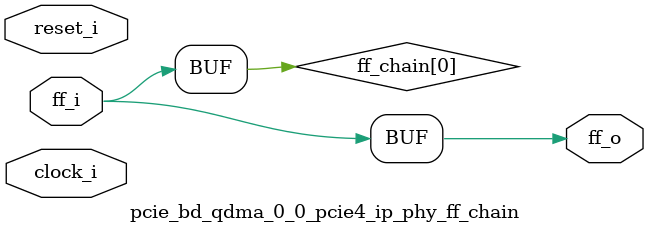
<source format=v>
/*****************************************************************************
** Description:
**    Flop Chain
**
******************************************************************************/

`timescale 1ps/1ps

`define AS_PHYREG(clk, reset, q, d, rstval)  \
   always @(posedge clk or posedge reset) begin \
      if (reset) \
         q  <= #(TCQ)   rstval;  \
      else  \
         q  <= #(TCQ)   d; \
   end

`define PHYREG(clk, reset, q, d, rstval)  \
   always @(posedge clk) begin \
      if (reset) \
         q  <= #(TCQ)   rstval;  \
      else  \
         q  <= #(TCQ)   d; \
   end

(* DowngradeIPIdentifiedWarnings = "yes" *)
module pcie_bd_qdma_0_0_pcie4_ip_phy_ff_chain #(
   // Parameters
   parameter integer PIPELINE_STAGES   = 0,        // 0 = no pipeline; 1 = 1 stage; 2 = 2 stages; 3 = 3 stages
   parameter         ASYNC             = "FALSE",
   parameter integer FF_WIDTH          = 1,
   parameter integer RST_VAL           = 0,
   parameter integer TCQ               = 1
)  (   
   input  wire                         clock_i,          
   input  wire                         reset_i,           
   input  wire [FF_WIDTH-1:0]          ff_i,            
   output wire [FF_WIDTH-1:0]          ff_o        
   );

   genvar   var_i;

   reg   [FF_WIDTH-1:0]          ff_chain [PIPELINE_STAGES:0];

   always @(*) ff_chain[0] = ff_i;

generate
   if (PIPELINE_STAGES > 0) begin:  with_ff_chain
      for (var_i = 0; var_i < PIPELINE_STAGES; var_i = var_i + 1) begin: ff_chain_gen
         if (ASYNC == "TRUE") begin: async_rst
            `AS_PHYREG(clock_i, reset_i, ff_chain[var_i+1], ff_chain[var_i], RST_VAL)
         end else begin: sync_rst
            `PHYREG(clock_i, reset_i, ff_chain[var_i+1], ff_chain[var_i], RST_VAL)
         end
      end
   end
endgenerate

   assign ff_o = ff_chain[PIPELINE_STAGES];

endmodule

</source>
